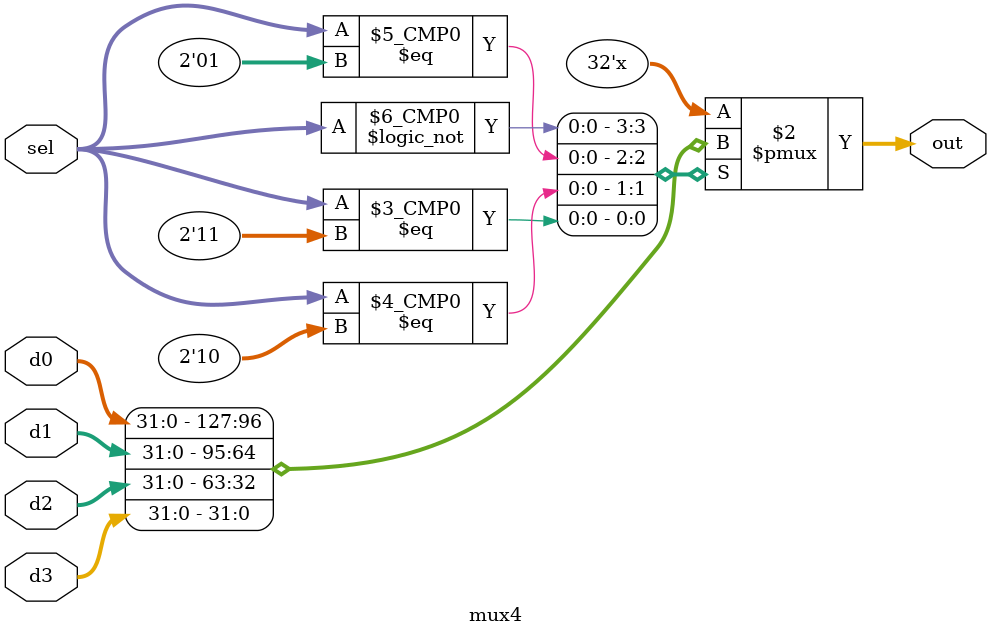
<source format=v>
`timescale 1ns / 1ps
module mux4 #(parameter WIDTH = 32)(
    input [1:0] sel,
    input [WIDTH-1:0] d0,
    input [WIDTH-1:0] d1,
	 input [WIDTH-1:0] d2,
	 input [WIDTH-1:0] d3,
    output reg [WIDTH-1:0] out
    );
	always@(*)
		case(sel)
			2'b00: out=d0;
			2'b01: out=d1;
			2'b10: out=d2;
			2'b11: out=d3;
			default:;
		endcase
endmodule


</source>
